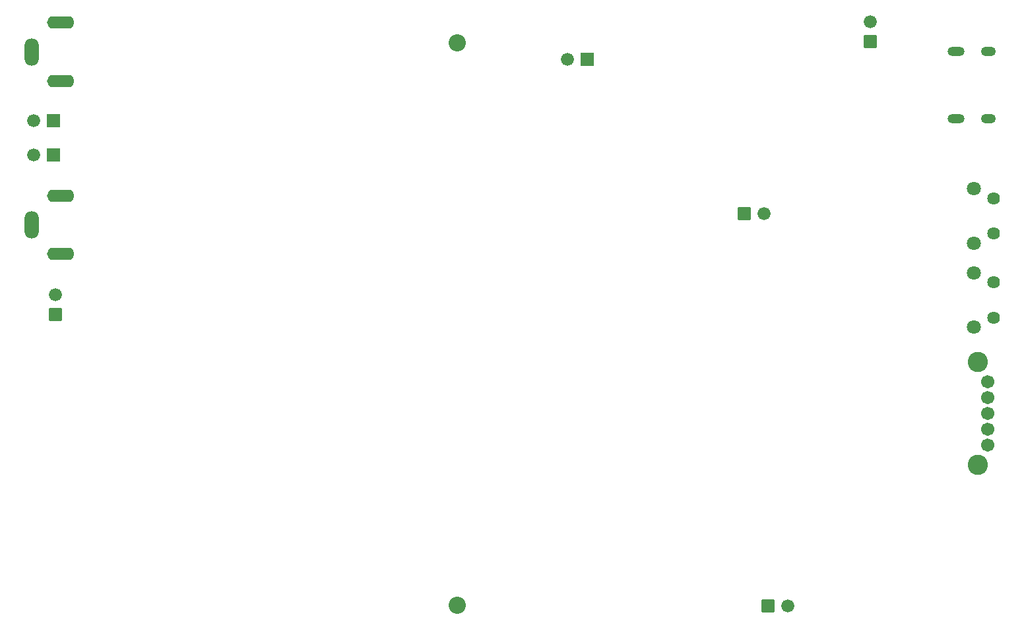
<source format=gbs>
G04 Layer: BottomSolderMaskLayer*
G04 EasyEDA v6.5.22, 2022-12-05 14:56:37*
G04 05bf86c157214e56ba330cf237c0dbe7,b19d526b7a914c21af0811b40d406c84,10*
G04 Gerber Generator version 0.2*
G04 Scale: 100 percent, Rotated: No, Reflected: No *
G04 Dimensions in millimeters *
G04 leading zeros omitted , absolute positions ,4 integer and 5 decimal *
%FSLAX45Y45*%
%MOMM*%

%AMMACRO1*1,1,$1,$2,$3*1,1,$1,$4,$5*1,1,$1,0-$2,0-$3*1,1,$1,0-$4,0-$5*20,1,$1,$2,$3,$4,$5,0*20,1,$1,$4,$5,0-$2,0-$3,0*20,1,$1,0-$2,0-$3,0-$4,0-$5,0*20,1,$1,0-$4,0-$5,$2,$3,0*4,1,4,$2,$3,$4,$5,0-$2,0-$3,0-$4,0-$5,$2,$3,0*%
%ADD10R,1.6764X1.6764*%
%ADD11C,1.6764*%
%ADD12C,2.2032*%
%ADD13MACRO1,0.1016X-0.7874X0.7874X0.7874X0.7874*%
%ADD14O,3.5015932X1.6015970000000002*%
%ADD15O,1.8516092000000002X3.5015932*%
%ADD16MACRO1,0.1016X0.7874X0.7874X0.7874X-0.7874*%
%ADD17C,2.6016*%
%ADD18C,1.7016*%
%ADD19O,2.2015958X1.2015978000000003*%
%ADD20O,1.9015964X1.2015978000000003*%
%ADD21C,1.6256*%
%ADD22C,1.8016*%

%LPD*%
D10*
G01*
X3479800Y6870700D03*
D11*
G01*
X3225800Y6870700D03*
D12*
G01*
X8661400Y643509D03*
G01*
X8661400Y7865490D03*
D13*
G01*
X3505200Y4381500D03*
D11*
G01*
X3505200Y4635500D03*
D10*
G01*
X3479800Y6426200D03*
D11*
G01*
X3225800Y6426200D03*
D14*
G01*
X3568700Y5905500D03*
G01*
X3568700Y5155488D03*
D15*
G01*
X3198698Y5530494D03*
D14*
G01*
X3568700Y8128000D03*
G01*
X3568700Y7377988D03*
D15*
G01*
X3198698Y7752994D03*
D16*
G01*
X12344400Y5676900D03*
D11*
G01*
X12598400Y5676900D03*
D16*
G01*
X12649200Y635000D03*
D11*
G01*
X12903200Y635000D03*
D13*
G01*
X13957300Y7886700D03*
D11*
G01*
X13957300Y8140700D03*
D17*
G01*
X15341447Y2450896D03*
D18*
G01*
X15468447Y3111296D03*
D17*
G01*
X15341447Y3771696D03*
D18*
G01*
X15468447Y2704896D03*
G01*
X15468447Y2908096D03*
G01*
X15468447Y3314496D03*
G01*
X15468447Y3517696D03*
D19*
G01*
X15059304Y6895896D03*
G01*
X15059304Y7759903D03*
D20*
G01*
X15477312Y7759903D03*
G01*
X15477312Y6895896D03*
D10*
G01*
X10325100Y7658100D03*
D11*
G01*
X10071100Y7658100D03*
D21*
G01*
X15540812Y4341393D03*
G01*
X15540812Y4791405D03*
D22*
G01*
X15290800Y4216400D03*
G01*
X15290800Y4916398D03*
D21*
G01*
X15540812Y5420893D03*
G01*
X15540812Y5870905D03*
D22*
G01*
X15290800Y5295900D03*
G01*
X15290800Y5995898D03*
M02*

</source>
